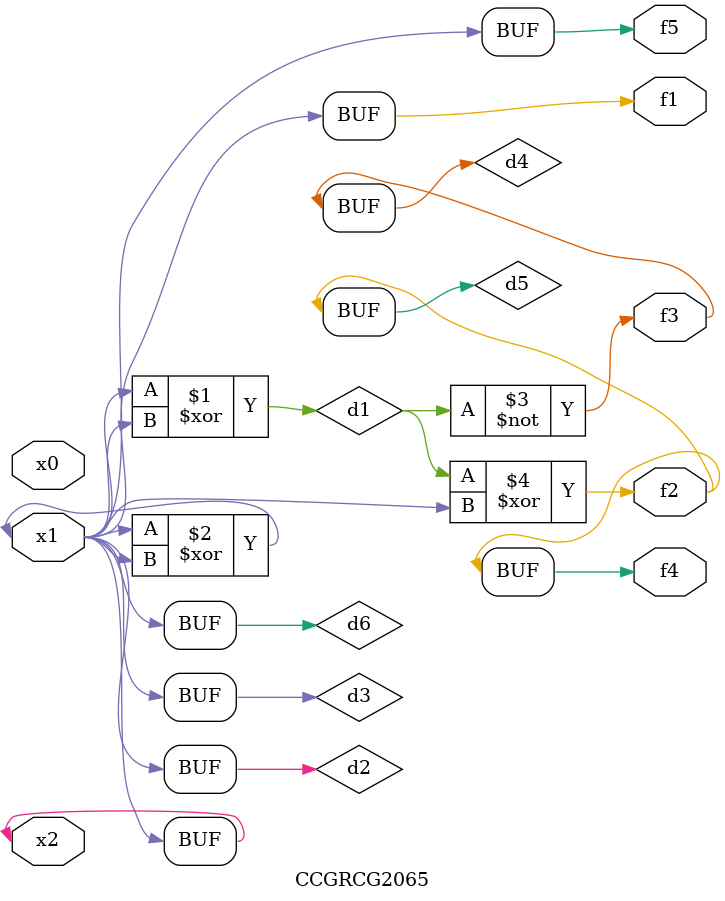
<source format=v>
module CCGRCG2065(
	input x0, x1, x2,
	output f1, f2, f3, f4, f5
);

	wire d1, d2, d3, d4, d5, d6;

	xor (d1, x1, x2);
	buf (d2, x1, x2);
	xor (d3, x1, x2);
	nor (d4, d1);
	xor (d5, d1, d2);
	buf (d6, d2, d3);
	assign f1 = d6;
	assign f2 = d5;
	assign f3 = d4;
	assign f4 = d5;
	assign f5 = d6;
endmodule

</source>
